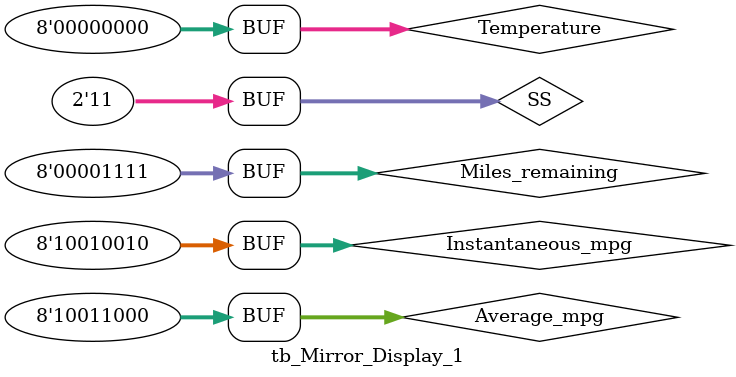
<source format=v>
`timescale 1ns / 1ps


module tb_Mirror_Display_1(

    );
    
    reg [7:0] Temperature;
    reg [7:0] Average_mpg;
    reg [7:0] Instantaneous_mpg;
    reg [7:0] Miles_remaining;
    reg [1:0] SS;
    wire [7:0] Display;
    
Mirror_Display_1 U0(Temperature, Average_mpg, Instantaneous_mpg, Miles_remaining, SS, Display); //Instantiating the source file we earlier created
   
    initial begin                   // We'll check the simulation for a couple of combinations to see if we are getting the right output, 
        Temperature = 8'b0;         // here are some pre-defined values for sensors I came-up with
        Average_mpg = 8'b10011000;
        Instantaneous_mpg = 8'b00010010;
        Miles_remaining = 8'b11110000;
        SS = 2'b00;
        #100; // 100 ns delay
        
            Average_mpg = 8'b10011000;
            Instantaneous_mpg = 8'b10010010;
            Miles_remaining = 8'b00001111;
            SS = 2'b11;
       #1000; // 1 ms delay
    end
    
endmodule

</source>
